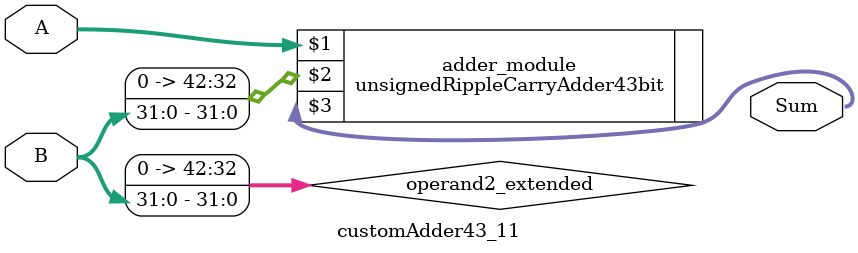
<source format=v>
module customAdder43_11(
                        input [42 : 0] A,
                        input [31 : 0] B,
                        
                        output [43 : 0] Sum
                );

        wire [42 : 0] operand2_extended;
        
        assign operand2_extended =  {11'b0, B};
        
        unsignedRippleCarryAdder43bit adder_module(
            A,
            operand2_extended,
            Sum
        );
        
        endmodule
        
</source>
